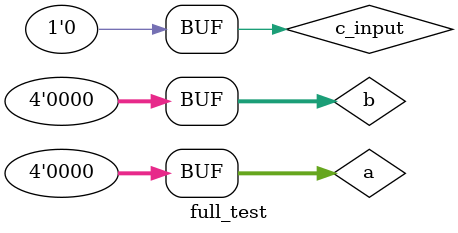
<source format=v>
module full_test();
	reg [3:0]a, b;
	reg c_input;
	wire [3:0]s;
	wire c_output;
	full DUT(
		.a(a),
		.b(b),
		.c_input(c_input),
		.s(s),
		.c_output(c_output)
	);
	
	initial begin
	a = 4'b0000;b = 4'b0000;c_input = 0;
	#10;a = 4'b1011;b = 4'b0100;c_input = 0;
	#10;a = 4'b0111;b = 4'b1101;c_input = 1;
	#10;a = 4'b0000;b = 4'b0000;c_input = 0;
	end
	
endmodule

</source>
